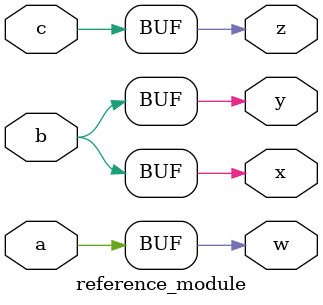
<source format=sv>
module reference_module (
	input a,
	input b,
	input c,
	output w,
	output x,
	output y,
	output z  );
	
	assign {w,x,y,z} = {a,b,b,c};
	
endmodule

</source>
